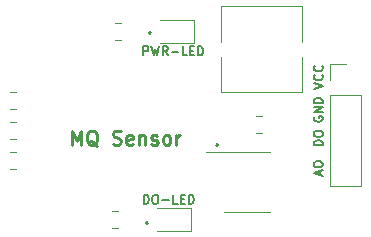
<source format=gbr>
G04 #@! TF.GenerationSoftware,KiCad,Pcbnew,5.1.5-52549c5~86~ubuntu16.04.1*
G04 #@! TF.CreationDate,2020-07-29T15:08:35+05:30*
G04 #@! TF.ProjectId,MQxx Gas Sensor V1.0,4d517878-2047-4617-9320-53656e736f72,V1.0*
G04 #@! TF.SameCoordinates,Original*
G04 #@! TF.FileFunction,Legend,Top*
G04 #@! TF.FilePolarity,Positive*
%FSLAX46Y46*%
G04 Gerber Fmt 4.6, Leading zero omitted, Abs format (unit mm)*
G04 Created by KiCad (PCBNEW 5.1.5-52549c5~86~ubuntu16.04.1) date 2020-07-29 15:08:35*
%MOMM*%
%LPD*%
G04 APERTURE LIST*
%ADD10C,0.150000*%
%ADD11C,0.149860*%
%ADD12C,0.250000*%
%ADD13C,0.120000*%
G04 APERTURE END LIST*
D10*
X138611428Y-95594714D02*
X138611428Y-94832714D01*
X138792857Y-94832714D01*
X138901714Y-94869000D01*
X138974285Y-94941571D01*
X139010571Y-95014142D01*
X139046857Y-95159285D01*
X139046857Y-95268142D01*
X139010571Y-95413285D01*
X138974285Y-95485857D01*
X138901714Y-95558428D01*
X138792857Y-95594714D01*
X138611428Y-95594714D01*
X139518571Y-94832714D02*
X139663714Y-94832714D01*
X139736285Y-94869000D01*
X139808857Y-94941571D01*
X139845142Y-95086714D01*
X139845142Y-95340714D01*
X139808857Y-95485857D01*
X139736285Y-95558428D01*
X139663714Y-95594714D01*
X139518571Y-95594714D01*
X139446000Y-95558428D01*
X139373428Y-95485857D01*
X139337142Y-95340714D01*
X139337142Y-95086714D01*
X139373428Y-94941571D01*
X139446000Y-94869000D01*
X139518571Y-94832714D01*
X140171714Y-95304428D02*
X140752285Y-95304428D01*
X141478000Y-95594714D02*
X141115142Y-95594714D01*
X141115142Y-94832714D01*
X141732000Y-95195571D02*
X141986000Y-95195571D01*
X142094857Y-95594714D02*
X141732000Y-95594714D01*
X141732000Y-94832714D01*
X142094857Y-94832714D01*
X142421428Y-95594714D02*
X142421428Y-94832714D01*
X142602857Y-94832714D01*
X142711714Y-94869000D01*
X142784285Y-94941571D01*
X142820571Y-95014142D01*
X142856857Y-95159285D01*
X142856857Y-95268142D01*
X142820571Y-95413285D01*
X142784285Y-95485857D01*
X142711714Y-95558428D01*
X142602857Y-95594714D01*
X142421428Y-95594714D01*
D11*
X138575142Y-83021714D02*
X138575142Y-82259714D01*
X138865428Y-82259714D01*
X138938000Y-82296000D01*
X138974285Y-82332285D01*
X139010571Y-82404857D01*
X139010571Y-82513714D01*
X138974285Y-82586285D01*
X138938000Y-82622571D01*
X138865428Y-82658857D01*
X138575142Y-82658857D01*
X139264571Y-82259714D02*
X139446000Y-83021714D01*
X139591142Y-82477428D01*
X139736285Y-83021714D01*
X139917714Y-82259714D01*
X140643428Y-83021714D02*
X140389428Y-82658857D01*
X140208000Y-83021714D02*
X140208000Y-82259714D01*
X140498285Y-82259714D01*
X140570857Y-82296000D01*
X140607142Y-82332285D01*
X140643428Y-82404857D01*
X140643428Y-82513714D01*
X140607142Y-82586285D01*
X140570857Y-82622571D01*
X140498285Y-82658857D01*
X140208000Y-82658857D01*
X140970000Y-82731428D02*
X141550571Y-82731428D01*
X142276285Y-83021714D02*
X141913428Y-83021714D01*
X141913428Y-82259714D01*
X142530285Y-82622571D02*
X142784285Y-82622571D01*
X142893142Y-83021714D02*
X142530285Y-83021714D01*
X142530285Y-82259714D01*
X142893142Y-82259714D01*
X143219714Y-83021714D02*
X143219714Y-82259714D01*
X143401142Y-82259714D01*
X143510000Y-82296000D01*
X143582571Y-82368571D01*
X143618857Y-82441142D01*
X143655142Y-82586285D01*
X143655142Y-82695142D01*
X143618857Y-82840285D01*
X143582571Y-82912857D01*
X143510000Y-82985428D01*
X143401142Y-83021714D01*
X143219714Y-83021714D01*
X152998714Y-85852000D02*
X153760714Y-85598000D01*
X152998714Y-85344000D01*
X153688142Y-84654571D02*
X153724428Y-84690857D01*
X153760714Y-84799714D01*
X153760714Y-84872285D01*
X153724428Y-84981142D01*
X153651857Y-85053714D01*
X153579285Y-85090000D01*
X153434142Y-85126285D01*
X153325285Y-85126285D01*
X153180142Y-85090000D01*
X153107571Y-85053714D01*
X153035000Y-84981142D01*
X152998714Y-84872285D01*
X152998714Y-84799714D01*
X153035000Y-84690857D01*
X153071285Y-84654571D01*
X153688142Y-83892571D02*
X153724428Y-83928857D01*
X153760714Y-84037714D01*
X153760714Y-84110285D01*
X153724428Y-84219142D01*
X153651857Y-84291714D01*
X153579285Y-84328000D01*
X153434142Y-84364285D01*
X153325285Y-84364285D01*
X153180142Y-84328000D01*
X153107571Y-84291714D01*
X153035000Y-84219142D01*
X152998714Y-84110285D01*
X152998714Y-84037714D01*
X153035000Y-83928857D01*
X153071285Y-83892571D01*
X153035000Y-88210571D02*
X152998714Y-88283142D01*
X152998714Y-88392000D01*
X153035000Y-88500857D01*
X153107571Y-88573428D01*
X153180142Y-88609714D01*
X153325285Y-88646000D01*
X153434142Y-88646000D01*
X153579285Y-88609714D01*
X153651857Y-88573428D01*
X153724428Y-88500857D01*
X153760714Y-88392000D01*
X153760714Y-88319428D01*
X153724428Y-88210571D01*
X153688142Y-88174285D01*
X153434142Y-88174285D01*
X153434142Y-88319428D01*
X153760714Y-87847714D02*
X152998714Y-87847714D01*
X153760714Y-87412285D01*
X152998714Y-87412285D01*
X153760714Y-87049428D02*
X152998714Y-87049428D01*
X152998714Y-86868000D01*
X153035000Y-86759142D01*
X153107571Y-86686571D01*
X153180142Y-86650285D01*
X153325285Y-86614000D01*
X153434142Y-86614000D01*
X153579285Y-86650285D01*
X153651857Y-86686571D01*
X153724428Y-86759142D01*
X153760714Y-86868000D01*
X153760714Y-87049428D01*
X153760714Y-90641714D02*
X152998714Y-90641714D01*
X152998714Y-90460285D01*
X153035000Y-90351428D01*
X153107571Y-90278857D01*
X153180142Y-90242571D01*
X153325285Y-90206285D01*
X153434142Y-90206285D01*
X153579285Y-90242571D01*
X153651857Y-90278857D01*
X153724428Y-90351428D01*
X153760714Y-90460285D01*
X153760714Y-90641714D01*
X152998714Y-89734571D02*
X152998714Y-89589428D01*
X153035000Y-89516857D01*
X153107571Y-89444285D01*
X153252714Y-89408000D01*
X153506714Y-89408000D01*
X153651857Y-89444285D01*
X153724428Y-89516857D01*
X153760714Y-89589428D01*
X153760714Y-89734571D01*
X153724428Y-89807142D01*
X153651857Y-89879714D01*
X153506714Y-89916000D01*
X153252714Y-89916000D01*
X153107571Y-89879714D01*
X153035000Y-89807142D01*
X152998714Y-89734571D01*
X153543000Y-93163571D02*
X153543000Y-92800714D01*
X153760714Y-93236142D02*
X152998714Y-92982142D01*
X153760714Y-92728142D01*
X152998714Y-92329000D02*
X152998714Y-92183857D01*
X153035000Y-92111285D01*
X153107571Y-92038714D01*
X153252714Y-92002428D01*
X153506714Y-92002428D01*
X153651857Y-92038714D01*
X153724428Y-92111285D01*
X153760714Y-92183857D01*
X153760714Y-92329000D01*
X153724428Y-92401571D01*
X153651857Y-92474142D01*
X153506714Y-92510428D01*
X153252714Y-92510428D01*
X153107571Y-92474142D01*
X153035000Y-92401571D01*
X152998714Y-92329000D01*
D12*
X139065000Y-81002142D02*
X139112619Y-81049761D01*
X139065000Y-81097380D01*
X139017380Y-81049761D01*
X139065000Y-81002142D01*
X139065000Y-81097380D01*
X138811000Y-97131142D02*
X138858619Y-97178761D01*
X138811000Y-97226380D01*
X138763380Y-97178761D01*
X138811000Y-97131142D01*
X138811000Y-97226380D01*
X132518714Y-90585857D02*
X132518714Y-89385857D01*
X132918714Y-90243000D01*
X133318714Y-89385857D01*
X133318714Y-90585857D01*
X134690142Y-90700142D02*
X134575857Y-90643000D01*
X134461571Y-90528714D01*
X134290142Y-90357285D01*
X134175857Y-90300142D01*
X134061571Y-90300142D01*
X134118714Y-90585857D02*
X134004428Y-90528714D01*
X133890142Y-90414428D01*
X133833000Y-90185857D01*
X133833000Y-89785857D01*
X133890142Y-89557285D01*
X134004428Y-89443000D01*
X134118714Y-89385857D01*
X134347285Y-89385857D01*
X134461571Y-89443000D01*
X134575857Y-89557285D01*
X134633000Y-89785857D01*
X134633000Y-90185857D01*
X134575857Y-90414428D01*
X134461571Y-90528714D01*
X134347285Y-90585857D01*
X134118714Y-90585857D01*
X136004428Y-90528714D02*
X136175857Y-90585857D01*
X136461571Y-90585857D01*
X136575857Y-90528714D01*
X136633000Y-90471571D01*
X136690142Y-90357285D01*
X136690142Y-90243000D01*
X136633000Y-90128714D01*
X136575857Y-90071571D01*
X136461571Y-90014428D01*
X136233000Y-89957285D01*
X136118714Y-89900142D01*
X136061571Y-89843000D01*
X136004428Y-89728714D01*
X136004428Y-89614428D01*
X136061571Y-89500142D01*
X136118714Y-89443000D01*
X136233000Y-89385857D01*
X136518714Y-89385857D01*
X136690142Y-89443000D01*
X137661571Y-90528714D02*
X137547285Y-90585857D01*
X137318714Y-90585857D01*
X137204428Y-90528714D01*
X137147285Y-90414428D01*
X137147285Y-89957285D01*
X137204428Y-89843000D01*
X137318714Y-89785857D01*
X137547285Y-89785857D01*
X137661571Y-89843000D01*
X137718714Y-89957285D01*
X137718714Y-90071571D01*
X137147285Y-90185857D01*
X138233000Y-89785857D02*
X138233000Y-90585857D01*
X138233000Y-89900142D02*
X138290142Y-89843000D01*
X138404428Y-89785857D01*
X138575857Y-89785857D01*
X138690142Y-89843000D01*
X138747285Y-89957285D01*
X138747285Y-90585857D01*
X139261571Y-90528714D02*
X139375857Y-90585857D01*
X139604428Y-90585857D01*
X139718714Y-90528714D01*
X139775857Y-90414428D01*
X139775857Y-90357285D01*
X139718714Y-90243000D01*
X139604428Y-90185857D01*
X139433000Y-90185857D01*
X139318714Y-90128714D01*
X139261571Y-90014428D01*
X139261571Y-89957285D01*
X139318714Y-89843000D01*
X139433000Y-89785857D01*
X139604428Y-89785857D01*
X139718714Y-89843000D01*
X140461571Y-90585857D02*
X140347285Y-90528714D01*
X140290142Y-90471571D01*
X140233000Y-90357285D01*
X140233000Y-90014428D01*
X140290142Y-89900142D01*
X140347285Y-89843000D01*
X140461571Y-89785857D01*
X140633000Y-89785857D01*
X140747285Y-89843000D01*
X140804428Y-89900142D01*
X140861571Y-90014428D01*
X140861571Y-90357285D01*
X140804428Y-90471571D01*
X140747285Y-90528714D01*
X140633000Y-90585857D01*
X140461571Y-90585857D01*
X141375857Y-90585857D02*
X141375857Y-89785857D01*
X141375857Y-90014428D02*
X141433000Y-89900142D01*
X141490142Y-89843000D01*
X141604428Y-89785857D01*
X141718714Y-89785857D01*
X144780000Y-90527142D02*
X144827619Y-90574761D01*
X144780000Y-90622380D01*
X144732380Y-90574761D01*
X144780000Y-90527142D01*
X144780000Y-90622380D01*
D13*
X127769252Y-92658000D02*
X127246748Y-92658000D01*
X127769252Y-91238000D02*
X127246748Y-91238000D01*
X148074748Y-89610000D02*
X148597252Y-89610000D01*
X148074748Y-88190000D02*
X148597252Y-88190000D01*
X139970000Y-81986000D02*
X142830000Y-81986000D01*
X142830000Y-81986000D02*
X142830000Y-80066000D01*
X142830000Y-80066000D02*
X139970000Y-80066000D01*
X142576000Y-95941000D02*
X139716000Y-95941000D01*
X142576000Y-97861000D02*
X142576000Y-95941000D01*
X139716000Y-97861000D02*
X142576000Y-97861000D01*
X154372000Y-94040000D02*
X157032000Y-94040000D01*
X154372000Y-86360000D02*
X154372000Y-94040000D01*
X157032000Y-86360000D02*
X157032000Y-94040000D01*
X154372000Y-86360000D02*
X157032000Y-86360000D01*
X154372000Y-85090000D02*
X154372000Y-83760000D01*
X154372000Y-83760000D02*
X155702000Y-83760000D01*
X136136748Y-80316000D02*
X136659252Y-80316000D01*
X136136748Y-81736000D02*
X136659252Y-81736000D01*
X135882748Y-97611000D02*
X136405252Y-97611000D01*
X135882748Y-96191000D02*
X136405252Y-96191000D01*
X127778252Y-87578000D02*
X127255748Y-87578000D01*
X127778252Y-86158000D02*
X127255748Y-86158000D01*
X127769252Y-88698000D02*
X127246748Y-88698000D01*
X127769252Y-90118000D02*
X127246748Y-90118000D01*
X152010000Y-86110000D02*
X145170000Y-86110000D01*
X152010000Y-78870000D02*
X145170000Y-78870000D01*
X145170000Y-83200000D02*
X145170000Y-86110000D01*
X145170000Y-78870000D02*
X145170000Y-81900000D01*
X152010000Y-83200000D02*
X152010000Y-86110000D01*
X152010000Y-78870000D02*
X152010000Y-81900000D01*
X147320000Y-96286000D02*
X149270000Y-96286000D01*
X147320000Y-96286000D02*
X145370000Y-96286000D01*
X147320000Y-91166000D02*
X149270000Y-91166000D01*
X147320000Y-91166000D02*
X143870000Y-91166000D01*
M02*

</source>
